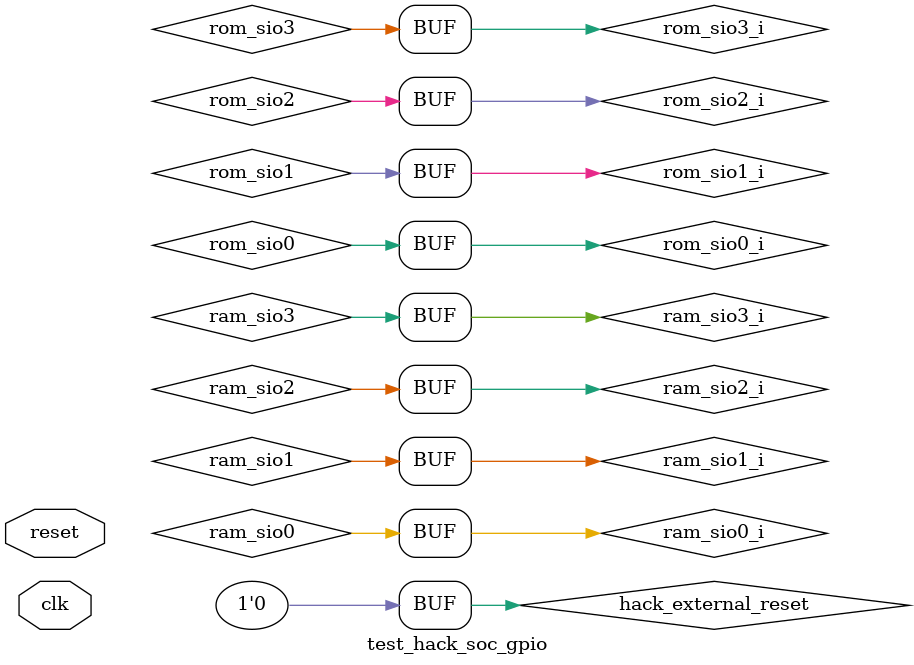
<source format=v>
`default_nettype none
`timescale 1ns/10ps

module test_hack_soc_gpio(
	input clk, 
	input reset

	);

parameter ROM_FILE = "../hack_programs/test_gpio.hack8";
// parameter ROM_FILE = "hack_programs/counter_loop.hack";
//parameter ROM_FILE = "hack_programs/zero_op.hack";

M23LC1024 ram (
		.SI_SIO0(ram_sio0), 
		.SO_SIO1(ram_sio1), 
		.SCK(ram_sck), 
		.CS_N(ram_cs_n), 
		.SIO2(ram_sio2), 
		.HOLD_N_SIO3(ram_sio3), 
		.RESET(reset));

rom_M23LC1024 #(.ROM_FILE(ROM_FILE)) rom (
		.SI_SIO0(rom_sio0), 
		.SO_SIO1(rom_sio1), 
		.SCK(rom_sck), 
		.CS_N(rom_cs_n), 
		.SIO2(rom_sio2), 
		.HOLD_N_SIO3(rom_sio3), 
		.RESET(reset));


wire ram_sck;
wire ram_cs_n;
wire ram_sio0;
wire ram_sio1;
wire ram_sio2;
wire ram_sio3;

wire ram_sio_oe;
wire ram_sio0_i;
wire ram_sio1_i;
wire ram_sio2_i;
wire ram_sio3_i;
wire ram_sio0_o;
wire ram_sio1_o;
wire ram_sio2_o;
wire ram_sio3_o;

assign ram_sio0 = ram_sio_oe ? ram_sio0_o : 1'bZ;
assign ram_sio0_i = ram_sio0;
assign ram_sio1 = ram_sio_oe ? ram_sio1_o : 1'bZ;
assign ram_sio1_i = ram_sio1;
assign ram_sio2 = ram_sio_oe ? ram_sio2_o : 1'bZ;
assign ram_sio2_i = ram_sio2;
assign ram_sio3 = ram_sio_oe ? ram_sio3_o : 1'bZ;
assign ram_sio3_i = ram_sio3;

wire rom_sck;
wire rom_cs_n;
wire rom_sio0;
wire rom_sio1;
wire rom_sio2;
wire rom_sio3;

wire rom_sio_oe;
wire rom_sio0_i;
wire rom_sio1_i;
wire rom_sio2_i;
wire rom_sio3_i;
wire rom_sio0_o;
wire rom_sio1_o;
wire rom_sio2_o;
wire rom_sio3_o;

assign rom_sio0 = rom_sio_oe ? rom_sio0_o : 1'bZ;
assign rom_sio0_i = rom_sio0;
assign rom_sio1 = rom_sio_oe ? rom_sio1_o : 1'bZ;
assign rom_sio1_i = rom_sio1;
assign rom_sio2 = rom_sio_oe ? rom_sio2_o : 1'bZ;
assign rom_sio2_i = rom_sio2;
assign rom_sio3 = rom_sio_oe ? rom_sio3_o : 1'bZ;
assign rom_sio3_i = rom_sio3;



wire hack_external_reset = 0;
hack_soc soc(
	.clk(clk),
	.reset(reset),
	.hack_external_reset(hack_external_reset),

	/** RAM: qspi serial sram **/
	.ram_cs_n(ram_cs_n),
	.ram_sck(ram_sck),
	.ram_sio_oe(ram_sio_oe), // output enable the SIO lines
	// SIO as inputs from SRAM	
	.ram_sio0_i(ram_sio0_i), // sram_si_sio0 
	.ram_sio1_i(ram_sio1_i), // sram_so_sio1
	.ram_sio2_i(ram_sio2_i), // sram_sio2
	.ram_sio3_i(ram_sio3_i), // sram_hold_n_sio3
	// SIO as outputs to SRAM
	.ram_sio0_o(ram_sio0_o), // sram_si_sio0
	.ram_sio1_o(ram_sio1_o), // sram_so_sio1
	.ram_sio2_o(ram_sio2_o), // sram_sio2
	.ram_sio3_o(ram_sio3_o), // sram_hold_n_sio3

	/** ROM: qspi serial sram **/
	.rom_cs_n(rom_cs_n),
	.rom_sck(rom_sck),
	.rom_sio_oe(rom_sio_oe), // output enable the SIO lines
	// SIO as inputs from SRAM	
	.rom_sio0_i(rom_sio0_i), // sram_si_sio0 
	.rom_sio1_i(rom_sio1_i), // sram_so_sio1
	.rom_sio2_i(rom_sio2_i), // sram_sio2
	.rom_sio3_i(rom_sio3_i), // sram_hold_n_sio3
	// SIO as outputs to SRAM
	.rom_sio0_o(rom_sio0_o), // sram_si_sio0
	.rom_sio1_o(rom_sio1_o), // sram_so_sio1
	.rom_sio2_o(rom_sio2_o), // sram_sio2
	.rom_sio3_o(rom_sio3_o), // sram_hold_n_sio3


	// ROM LOADING LINES
	.rom_loader_load(0)
	// .rom_loader_reset(0),
	// .rom_loader_data,
	// .rom_loader_ack,
	// .rom_loader_load_received,

	);


endmodule

</source>
